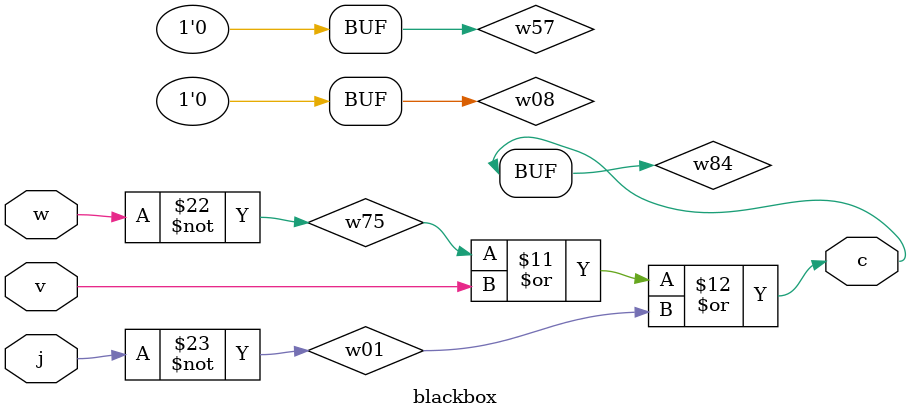
<source format=v>
module blackbox(c, w, v, j);
    output c;
    input  w, v, j;
    wire   w01, w08, w12, w14, w15, w19, w20, w22, w32, w33, w38, w57, w75, w79, w84, w87, w93, w94;
    or  o80(c, w84, w57, w08);
    and a50(w57, w87, w38);
    not n36(w38, w87);
    and a70(w08, w19, w79);
    not n48(w19, w79);
    or  o27(w79, w15, w32, w14);
    not n45(w15, v);
    not n95(w32, j);
    not n62(w14, w);
    or  o66(w87, w93, w20);
    and a31(w93, w, w33);
    not n99(w33, j);
    and a92(w20, w94, w12, w22);
    not n16(w94, j);
    not n26(w12, v);
    not n88(w22, w);
    or  o0(w84, w75, v, w01);
    not n4(w75, w);
    not n97(w01, j);
endmodule // blackbox
</source>
